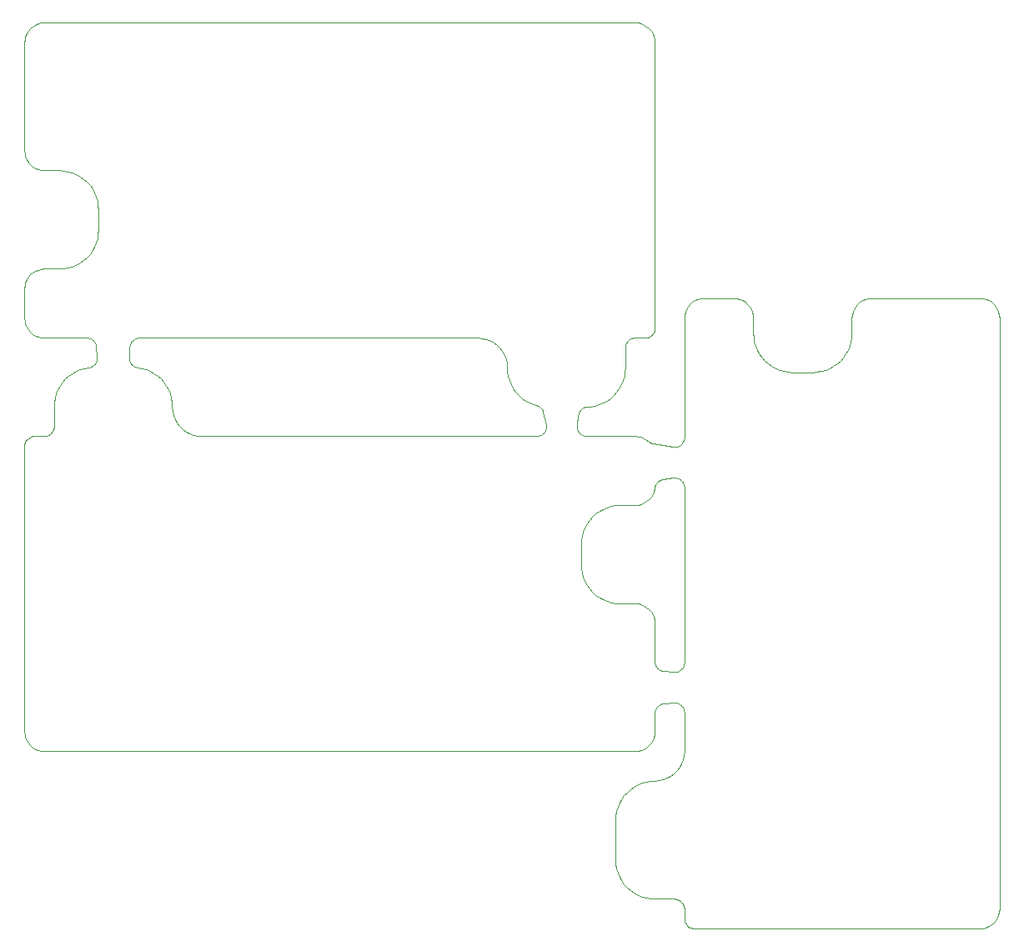
<source format=gko>
%MOIN*%
%OFA0B0*%
%FSLAX44Y44*%
%IPPOS*%
%LPD*%
%ADD10C,0*%
D10*
X00026377Y00024803D02*
X00026377Y00024803D01*
X00026377Y00020037D01*
X00026376Y00020003D01*
X00026372Y00019969D01*
X00026364Y00019935D01*
X00026354Y00019903D01*
X00026341Y00019871D01*
X00026325Y00019840D01*
X00026307Y00019812D01*
X00026286Y00019784D01*
X00026263Y00019759D01*
X00026238Y00019736D01*
X00026210Y00019715D01*
X00026182Y00019696D01*
X00026151Y00019681D01*
X00026120Y00019667D01*
X00026087Y00019657D01*
X00026054Y00019649D01*
X00026020Y00019645D01*
X00025985Y00019643D01*
X00025951Y00019645D01*
X00025917Y00019649D01*
X00025125Y00019785D01*
X00025114Y00019787D01*
X00025104Y00019789D01*
X00025094Y00019791D01*
X00025083Y00019794D01*
X00025073Y00019797D01*
X00025063Y00019801D01*
X00025053Y00019804D01*
X00025043Y00019808D01*
X00025034Y00019812D01*
X00025024Y00019816D01*
X00025014Y00019821D01*
X00025005Y00019826D01*
X00024996Y00019831D01*
X00024987Y00019836D01*
X00024978Y00019842D01*
X00024969Y00019848D01*
X00024960Y00019854D01*
X00024952Y00019860D01*
X00024944Y00019867D01*
X00024935Y00019874D01*
X00024872Y00019928D01*
X00024766Y00019992D01*
X00024652Y00020040D01*
X00024532Y00020069D01*
X00024409Y00020078D01*
X00022478Y00020078D01*
X00022444Y00020080D01*
X00022411Y00020084D01*
X00022378Y00020091D01*
X00022346Y00020101D01*
X00022315Y00020113D01*
X00022285Y00020129D01*
X00022257Y00020146D01*
X00022230Y00020166D01*
X00022205Y00020188D01*
X00022181Y00020213D01*
X00022161Y00020239D01*
X00022142Y00020267D01*
X00022126Y00020296D01*
X00022112Y00020326D01*
X00022101Y00020358D01*
X00022092Y00020391D01*
X00022087Y00020424D01*
X00022084Y00020457D01*
X00022084Y00020490D01*
X00022087Y00020524D01*
X00022140Y00020922D01*
X00022145Y00020949D01*
X00022151Y00020975D01*
X00022159Y00021001D01*
X00022169Y00021027D01*
X00022181Y00021051D01*
X00022194Y00021075D01*
X00022209Y00021098D01*
X00022226Y00021119D01*
X00022244Y00021140D01*
X00022263Y00021159D01*
X00022284Y00021177D01*
X00022305Y00021193D01*
X00022328Y00021208D01*
X00022352Y00021221D01*
X00022377Y00021232D01*
X00022402Y00021242D01*
X00022428Y00021250D01*
X00022455Y00021256D01*
X00022481Y00021261D01*
X00022509Y00021263D01*
X00022617Y00021269D01*
X00022791Y00021299D01*
X00022961Y00021348D01*
X00023124Y00021415D01*
X00023278Y00021501D01*
X00023422Y00021603D01*
X00023554Y00021721D01*
X00023672Y00021852D01*
X00023774Y00021996D01*
X00023859Y00022151D01*
X00023927Y00022314D01*
X00023976Y00022484D01*
X00024005Y00022658D01*
X00024015Y00022834D01*
X00024015Y00023622D01*
X00024020Y00023683D01*
X00024035Y00023743D01*
X00024058Y00023800D01*
X00024090Y00023853D01*
X00024131Y00023900D01*
X00024178Y00023940D01*
X00024230Y00023972D01*
X00024287Y00023996D01*
X00024347Y00024010D01*
X00024409Y00024015D01*
X00024803Y00024015D01*
X00024864Y00024020D01*
X00024924Y00024035D01*
X00024981Y00024058D01*
X00025034Y00024090D01*
X00025081Y00024131D01*
X00025121Y00024178D01*
X00025153Y00024230D01*
X00025177Y00024287D01*
X00025192Y00024347D01*
X00025196Y00024409D01*
X00025196Y00035826D01*
X00025187Y00035949D01*
X00025158Y00036070D01*
X00025111Y00036184D01*
X00025046Y00036289D01*
X00024966Y00036383D01*
X00024872Y00036463D01*
X00024766Y00036528D01*
X00024652Y00036575D01*
X00024532Y00036604D01*
X00024409Y00036614D01*
X00000787Y00036614D01*
X00000664Y00036604D01*
X00000544Y00036575D01*
X00000429Y00036528D01*
X00000324Y00036463D01*
X00000230Y00036383D01*
X00000150Y00036289D01*
X00000085Y00036184D01*
X00000038Y00036070D01*
X00000009Y00035949D01*
X00000000Y00035826D01*
X00000000Y00031496D01*
X00000009Y00031372D01*
X00000038Y00031252D01*
X00000085Y00031138D01*
X00000150Y00031033D01*
X00000230Y00030939D01*
X00000324Y00030859D01*
X00000429Y00030794D01*
X00000544Y00030747D01*
X00000664Y00030718D01*
X00000787Y00030708D01*
X00001377Y00030708D01*
X00001554Y00030698D01*
X00001728Y00030669D01*
X00001898Y00030620D01*
X00002061Y00030552D01*
X00002215Y00030467D01*
X00002359Y00030365D01*
X00002491Y00030247D01*
X00002609Y00030115D01*
X00002711Y00029971D01*
X00002796Y00029817D01*
X00002864Y00029653D01*
X00002913Y00029484D01*
X00002942Y00029310D01*
X00002952Y00029133D01*
X00002952Y00028346D01*
X00002942Y00028170D01*
X00002913Y00027996D01*
X00002864Y00027826D01*
X00002796Y00027663D01*
X00002711Y00027508D01*
X00002609Y00027364D01*
X00002491Y00027232D01*
X00002359Y00027115D01*
X00002215Y00027013D01*
X00002061Y00026927D01*
X00001898Y00026860D01*
X00001728Y00026811D01*
X00001554Y00026781D01*
X00001377Y00026771D01*
X00000787Y00026771D01*
X00000664Y00026761D01*
X00000544Y00026733D01*
X00000429Y00026685D01*
X00000324Y00026621D01*
X00000230Y00026541D01*
X00000150Y00026447D01*
X00000085Y00026341D01*
X00000038Y00026227D01*
X00000009Y00026107D01*
X00000000Y00025984D01*
X00000000Y00024803D01*
X00000009Y00024679D01*
X00000038Y00024559D01*
X00000085Y00024445D01*
X00000150Y00024340D01*
X00000230Y00024246D01*
X00000324Y00024166D01*
X00000429Y00024101D01*
X00000544Y00024054D01*
X00000664Y00024025D01*
X00000787Y00024015D01*
X00002478Y00024015D01*
X00002507Y00024014D01*
X00002537Y00024011D01*
X00002566Y00024005D01*
X00002595Y00023997D01*
X00002623Y00023988D01*
X00002650Y00023976D01*
X00002676Y00023962D01*
X00002701Y00023946D01*
X00002725Y00023928D01*
X00002747Y00023909D01*
X00002768Y00023888D01*
X00002787Y00023865D01*
X00002805Y00023841D01*
X00002820Y00023816D01*
X00002834Y00023789D01*
X00002846Y00023762D01*
X00002855Y00023734D01*
X00002862Y00023705D01*
X00002868Y00023676D01*
X00002871Y00023647D01*
X00002897Y00023236D01*
X00002898Y00023207D01*
X00002896Y00023178D01*
X00002893Y00023150D01*
X00002887Y00023121D01*
X00002880Y00023093D01*
X00002870Y00023066D01*
X00002859Y00023040D01*
X00002845Y00023014D01*
X00002830Y00022990D01*
X00002813Y00022967D01*
X00002794Y00022945D01*
X00002774Y00022924D01*
X00002752Y00022905D01*
X00002729Y00022888D01*
X00002705Y00022872D01*
X00002679Y00022858D01*
X00002653Y00022846D01*
X00002626Y00022836D01*
X00002598Y00022829D01*
X00002570Y00022823D01*
X00002405Y00022795D01*
X00002235Y00022746D01*
X00002072Y00022678D01*
X00001918Y00022593D01*
X00001774Y00022491D01*
X00001642Y00022373D01*
X00001524Y00022241D01*
X00001422Y00022097D01*
X00001337Y00021943D01*
X00001269Y00021779D01*
X00001220Y00021610D01*
X00001191Y00021436D01*
X00001181Y00021259D01*
X00001181Y00020472D01*
X00001176Y00020410D01*
X00001161Y00020350D01*
X00001138Y00020293D01*
X00001105Y00020241D01*
X00001065Y00020194D01*
X00001018Y00020153D01*
X00000966Y00020121D01*
X00000909Y00020098D01*
X00000848Y00020083D01*
X00000787Y00020078D01*
X00000393Y00020078D01*
X00000332Y00020073D01*
X00000272Y00020059D01*
X00000214Y00020035D01*
X00000162Y00020003D01*
X00000115Y00019963D01*
X00000075Y00019916D01*
X00000042Y00019863D01*
X00000019Y00019806D01*
X00000004Y00019746D01*
X00000000Y00019685D01*
X00000000Y00008267D01*
X00000009Y00008144D01*
X00000038Y00008024D01*
X00000085Y00007910D01*
X00000150Y00007804D01*
X00000230Y00007710D01*
X00000324Y00007630D01*
X00000429Y00007566D01*
X00000544Y00007518D01*
X00000664Y00007490D01*
X00000787Y00007480D01*
X00024409Y00007480D01*
X00024532Y00007490D01*
X00024652Y00007518D01*
X00024766Y00007566D01*
X00024872Y00007630D01*
X00024966Y00007710D01*
X00025046Y00007804D01*
X00025111Y00007910D01*
X00025158Y00008024D01*
X00025187Y00008144D01*
X00025196Y00008267D01*
X00025196Y00008996D01*
X00025197Y00009025D01*
X00025201Y00009055D01*
X00025206Y00009084D01*
X00025214Y00009112D01*
X00025224Y00009140D01*
X00025235Y00009167D01*
X00025249Y00009193D01*
X00025265Y00009218D01*
X00025282Y00009241D01*
X00025301Y00009264D01*
X00025322Y00009285D01*
X00025345Y00009304D01*
X00025368Y00009321D01*
X00025393Y00009337D01*
X00025419Y00009351D01*
X00025446Y00009362D01*
X00025474Y00009372D01*
X00025502Y00009380D01*
X00025531Y00009385D01*
X00025561Y00009389D01*
X00025954Y00009418D01*
X00025987Y00009419D01*
X00026019Y00009418D01*
X00026051Y00009413D01*
X00026083Y00009407D01*
X00026114Y00009397D01*
X00026144Y00009385D01*
X00026173Y00009371D01*
X00026201Y00009354D01*
X00026227Y00009335D01*
X00026252Y00009314D01*
X00026274Y00009291D01*
X00026295Y00009266D01*
X00026314Y00009240D01*
X00026330Y00009212D01*
X00026345Y00009183D01*
X00026356Y00009153D01*
X00026366Y00009122D01*
X00026372Y00009090D01*
X00026376Y00009058D01*
X00026377Y00009025D01*
X00026377Y00007480D01*
X00026365Y00007312D01*
X00026330Y00007147D01*
X00026271Y00006989D01*
X00026190Y00006841D01*
X00026089Y00006706D01*
X00025970Y00006587D01*
X00025835Y00006486D01*
X00025687Y00006405D01*
X00025529Y00006347D01*
X00025364Y00006311D01*
X00025196Y00006299D01*
X00025020Y00006289D01*
X00024846Y00006259D01*
X00024676Y00006210D01*
X00024513Y00006143D01*
X00024359Y00006057D01*
X00024214Y00005955D01*
X00024083Y00005837D01*
X00023965Y00005706D01*
X00023863Y00005562D01*
X00023777Y00005407D01*
X00023710Y00005244D01*
X00023661Y00005074D01*
X00023631Y00004900D01*
X00023622Y00004724D01*
X00023622Y00003149D01*
X00023631Y00002973D01*
X00023661Y00002799D01*
X00023710Y00002629D01*
X00023777Y00002466D01*
X00023863Y00002311D01*
X00023965Y00002167D01*
X00024083Y00002036D01*
X00024214Y00001918D01*
X00024359Y00001816D01*
X00024513Y00001730D01*
X00024676Y00001663D01*
X00024846Y00001614D01*
X00025020Y00001584D01*
X00025196Y00001574D01*
X00025984Y00001574D01*
X00026045Y00001569D01*
X00026105Y00001555D01*
X00026162Y00001531D01*
X00026215Y00001499D01*
X00026262Y00001459D01*
X00026302Y00001412D01*
X00026335Y00001359D01*
X00026358Y00001302D01*
X00026373Y00001242D01*
X00026377Y00001181D01*
X00026377Y00000787D01*
X00026382Y00000725D01*
X00026397Y00000665D01*
X00026420Y00000608D01*
X00026453Y00000555D01*
X00026493Y00000509D01*
X00026540Y00000468D01*
X00026592Y00000436D01*
X00026649Y00000412D01*
X00026710Y00000398D01*
X00026771Y00000393D01*
X00038188Y00000393D01*
X00038312Y00000403D01*
X00038432Y00000432D01*
X00038546Y00000479D01*
X00038651Y00000544D01*
X00038745Y00000624D01*
X00038825Y00000718D01*
X00038890Y00000823D01*
X00038937Y00000937D01*
X00038966Y00001057D01*
X00038976Y00001181D01*
X00038976Y00024803D01*
X00038966Y00024926D01*
X00038937Y00025046D01*
X00038890Y00025160D01*
X00038825Y00025265D01*
X00038745Y00025359D01*
X00038651Y00025440D01*
X00038546Y00025504D01*
X00038432Y00025552D01*
X00038312Y00025580D01*
X00038188Y00025590D01*
X00033858Y00025590D01*
X00033735Y00025580D01*
X00033614Y00025552D01*
X00033500Y00025504D01*
X00033395Y00025440D01*
X00033301Y00025359D01*
X00033221Y00025265D01*
X00033156Y00025160D01*
X00033109Y00025046D01*
X00033080Y00024926D01*
X00033070Y00024803D01*
X00033070Y00024212D01*
X00033060Y00024036D01*
X00033031Y00023862D01*
X00032982Y00023692D01*
X00032914Y00023529D01*
X00032829Y00023374D01*
X00032727Y00023230D01*
X00032609Y00023099D01*
X00032477Y00022981D01*
X00032333Y00022879D01*
X00032179Y00022793D01*
X00032016Y00022726D01*
X00031846Y00022677D01*
X00031672Y00022647D01*
X00031496Y00022637D01*
X00030708Y00022637D01*
X00030532Y00022647D01*
X00030358Y00022677D01*
X00030188Y00022726D01*
X00030025Y00022793D01*
X00029870Y00022879D01*
X00029726Y00022981D01*
X00029595Y00023099D01*
X00029477Y00023230D01*
X00029375Y00023374D01*
X00029289Y00023529D01*
X00029222Y00023692D01*
X00029173Y00023862D01*
X00029143Y00024036D01*
X00029133Y00024212D01*
X00029133Y00024803D01*
X00029124Y00024926D01*
X00029095Y00025046D01*
X00029048Y00025160D01*
X00028983Y00025265D01*
X00028903Y00025359D01*
X00028809Y00025440D01*
X00028703Y00025504D01*
X00028589Y00025552D01*
X00028469Y00025580D01*
X00028346Y00025590D01*
X00027165Y00025590D01*
X00027042Y00025580D01*
X00026922Y00025552D01*
X00026807Y00025504D01*
X00026702Y00025440D01*
X00026608Y00025359D01*
X00026528Y00025265D01*
X00026463Y00025160D01*
X00026416Y00025046D01*
X00026387Y00024926D01*
X00026377Y00024803D01*
X00026377Y00011041D02*
X00026377Y00011041D01*
X00026376Y00011008D01*
X00026372Y00010976D01*
X00026366Y00010945D01*
X00026356Y00010914D01*
X00026345Y00010883D01*
X00026330Y00010854D01*
X00026314Y00010826D01*
X00026295Y00010800D01*
X00026274Y00010775D01*
X00026252Y00010752D01*
X00026227Y00010731D01*
X00026201Y00010712D01*
X00026173Y00010696D01*
X00026144Y00010681D01*
X00026114Y00010669D01*
X00026083Y00010660D01*
X00026051Y00010653D01*
X00026019Y00010649D01*
X00025987Y00010647D01*
X00025954Y00010648D01*
X00025561Y00010678D01*
X00025531Y00010681D01*
X00025502Y00010687D01*
X00025474Y00010694D01*
X00025446Y00010704D01*
X00025419Y00010716D01*
X00025393Y00010729D01*
X00025368Y00010745D01*
X00025345Y00010763D01*
X00025322Y00010782D01*
X00025301Y00010803D01*
X00025282Y00010825D01*
X00025265Y00010849D01*
X00025249Y00010874D01*
X00025235Y00010900D01*
X00025224Y00010927D01*
X00025214Y00010954D01*
X00025206Y00010983D01*
X00025201Y00011012D01*
X00025197Y00011041D01*
X00025196Y00011070D01*
X00025196Y00012598D01*
X00025187Y00012721D01*
X00025158Y00012841D01*
X00025111Y00012955D01*
X00025046Y00013061D01*
X00024966Y00013155D01*
X00024872Y00013235D01*
X00024766Y00013300D01*
X00024652Y00013347D01*
X00024532Y00013376D01*
X00024409Y00013385D01*
X00023818Y00013385D01*
X00023642Y00013395D01*
X00023468Y00013425D01*
X00023298Y00013474D01*
X00023135Y00013541D01*
X00022981Y00013627D01*
X00022837Y00013729D01*
X00022705Y00013847D01*
X00022587Y00013978D01*
X00022485Y00014122D01*
X00022400Y00014277D01*
X00022332Y00014440D01*
X00022283Y00014610D01*
X00022254Y00014784D01*
X00022244Y00014960D01*
X00022244Y00015748D01*
X00022254Y00015924D01*
X00022283Y00016098D01*
X00022332Y00016268D01*
X00022400Y00016431D01*
X00022485Y00016585D01*
X00022587Y00016729D01*
X00022705Y00016861D01*
X00022837Y00016979D01*
X00022981Y00017081D01*
X00023135Y00017166D01*
X00023298Y00017234D01*
X00023468Y00017283D01*
X00023642Y00017312D01*
X00023818Y00017322D01*
X00024409Y00017322D01*
X00024532Y00017332D01*
X00024652Y00017361D01*
X00024766Y00017408D01*
X00024872Y00017473D01*
X00024966Y00017553D01*
X00025046Y00017647D01*
X00025111Y00017752D01*
X00025158Y00017866D01*
X00025187Y00017987D01*
X00025187Y00017997D01*
X00025190Y00018023D01*
X00025195Y00018050D01*
X00025202Y00018075D01*
X00025210Y00018101D01*
X00025220Y00018126D01*
X00025232Y00018150D01*
X00025245Y00018173D01*
X00025260Y00018195D01*
X00025276Y00018216D01*
X00025294Y00018236D01*
X00025313Y00018255D01*
X00025333Y00018272D01*
X00025354Y00018288D01*
X00025376Y00018303D01*
X00025400Y00018316D01*
X00025424Y00018327D01*
X00025449Y00018337D01*
X00025474Y00018345D01*
X00025500Y00018351D01*
X00025526Y00018356D01*
X00025930Y00018412D01*
X00025964Y00018415D01*
X00025997Y00018415D01*
X00026031Y00018412D01*
X00026064Y00018407D01*
X00026096Y00018399D01*
X00026128Y00018388D01*
X00026159Y00018374D01*
X00026188Y00018358D01*
X00026216Y00018339D01*
X00026242Y00018318D01*
X00026267Y00018295D01*
X00026289Y00018270D01*
X00026309Y00018243D01*
X00026327Y00018214D01*
X00026342Y00018185D01*
X00026355Y00018153D01*
X00026365Y00018121D01*
X00026372Y00018088D01*
X00026376Y00018055D01*
X00026377Y00018022D01*
X00026377Y00011041D01*
X00004509Y00022824D02*
X00004509Y00022824D01*
X00004481Y00022830D01*
X00004454Y00022838D01*
X00004426Y00022847D01*
X00004400Y00022859D01*
X00004375Y00022873D01*
X00004351Y00022889D01*
X00004328Y00022906D01*
X00004306Y00022925D01*
X00004286Y00022945D01*
X00004267Y00022967D01*
X00004250Y00022991D01*
X00004234Y00023015D01*
X00004221Y00023040D01*
X00004209Y00023067D01*
X00004200Y00023094D01*
X00004192Y00023122D01*
X00004187Y00023150D01*
X00004183Y00023179D01*
X00004182Y00023207D01*
X00004182Y00023236D01*
X00004208Y00023646D01*
X00004211Y00023676D01*
X00004216Y00023705D01*
X00004223Y00023734D01*
X00004233Y00023762D01*
X00004245Y00023789D01*
X00004258Y00023815D01*
X00004274Y00023841D01*
X00004291Y00023865D01*
X00004310Y00023887D01*
X00004331Y00023908D01*
X00004354Y00023928D01*
X00004377Y00023946D01*
X00004403Y00023962D01*
X00004429Y00023976D01*
X00004456Y00023988D01*
X00004484Y00023997D01*
X00004513Y00024005D01*
X00004542Y00024011D01*
X00004571Y00024014D01*
X00004601Y00024015D01*
X00018110Y00024015D01*
X00018278Y00024003D01*
X00018442Y00023967D01*
X00018600Y00023909D01*
X00018748Y00023828D01*
X00018883Y00023727D01*
X00019002Y00023608D01*
X00019103Y00023473D01*
X00019184Y00023325D01*
X00019243Y00023167D01*
X00019279Y00023002D01*
X00019291Y00022834D01*
X00019301Y00022658D01*
X00019330Y00022484D01*
X00019379Y00022314D01*
X00019447Y00022151D01*
X00019532Y00021996D01*
X00019634Y00021852D01*
X00019752Y00021721D01*
X00019884Y00021603D01*
X00020028Y00021501D01*
X00020182Y00021415D01*
X00020346Y00021348D01*
X00020464Y00021314D01*
X00020484Y00021307D01*
X00020503Y00021300D01*
X00020522Y00021292D01*
X00020541Y00021282D01*
X00020559Y00021272D01*
X00020577Y00021261D01*
X00020593Y00021249D01*
X00020610Y00021236D01*
X00020625Y00021222D01*
X00020640Y00021207D01*
X00020654Y00021192D01*
X00020667Y00021176D01*
X00020679Y00021159D01*
X00020691Y00021141D01*
X00020701Y00021123D01*
X00020710Y00021105D01*
X00020719Y00021086D01*
X00020726Y00021067D01*
X00020733Y00021047D01*
X00020738Y00021027D01*
X00020849Y00020564D01*
X00020856Y00020529D01*
X00020859Y00020493D01*
X00020859Y00020458D01*
X00020857Y00020422D01*
X00020850Y00020387D01*
X00020841Y00020353D01*
X00020829Y00020320D01*
X00020814Y00020288D01*
X00020796Y00020257D01*
X00020775Y00020228D01*
X00020752Y00020201D01*
X00020726Y00020177D01*
X00020699Y00020154D01*
X00020669Y00020135D01*
X00020638Y00020118D01*
X00020605Y00020104D01*
X00020571Y00020093D01*
X00020537Y00020085D01*
X00020501Y00020080D01*
X00020466Y00020078D01*
X00007086Y00020078D01*
X00006918Y00020090D01*
X00006753Y00020126D01*
X00006595Y00020185D01*
X00006448Y00020266D01*
X00006313Y00020367D01*
X00006193Y00020486D01*
X00006093Y00020621D01*
X00006012Y00020769D01*
X00005953Y00020927D01*
X00005917Y00021091D01*
X00005905Y00021259D01*
X00005895Y00021436D01*
X00005866Y00021610D01*
X00005817Y00021779D01*
X00005749Y00021943D01*
X00005664Y00022097D01*
X00005561Y00022241D01*
X00005444Y00022373D01*
X00005312Y00022491D01*
X00005168Y00022593D01*
X00005013Y00022678D01*
X00004850Y00022746D01*
X00004681Y00022795D01*
X00004509Y00022824D01*
M02*
</source>
